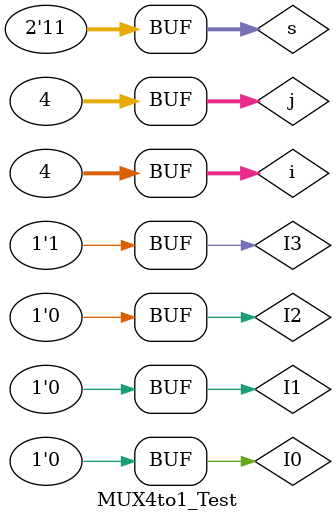
<source format=v>

  `timescale 1 ns / 1 ps

  module MUX4to1_Test;
          reg I0, I1, I2, I3;
          reg [1:0] s;
          wire o;
			 
			 
          MUX4to1 MUX4to10 (
                  .I0(I0),
						.I1(I1),
						.I2(I2),
						.I3(I3),
						.s(s),
						.o(o)
          );


  // Initialize Inputs
      `define auto_init

      `ifdef auto_init

			integer i, j;
          initial begin
					for (i = 0;i < 4;i = i + 1) begin
						s = i;
						{I3, I2, I1, I0} = 0;
						for (j = 0; j < 4; j = j + 1) begin
							{I3, I2, I1, I0} = 1 << j;
							#50;
						end
					end
          end

      `endif
  endmodule

</source>
